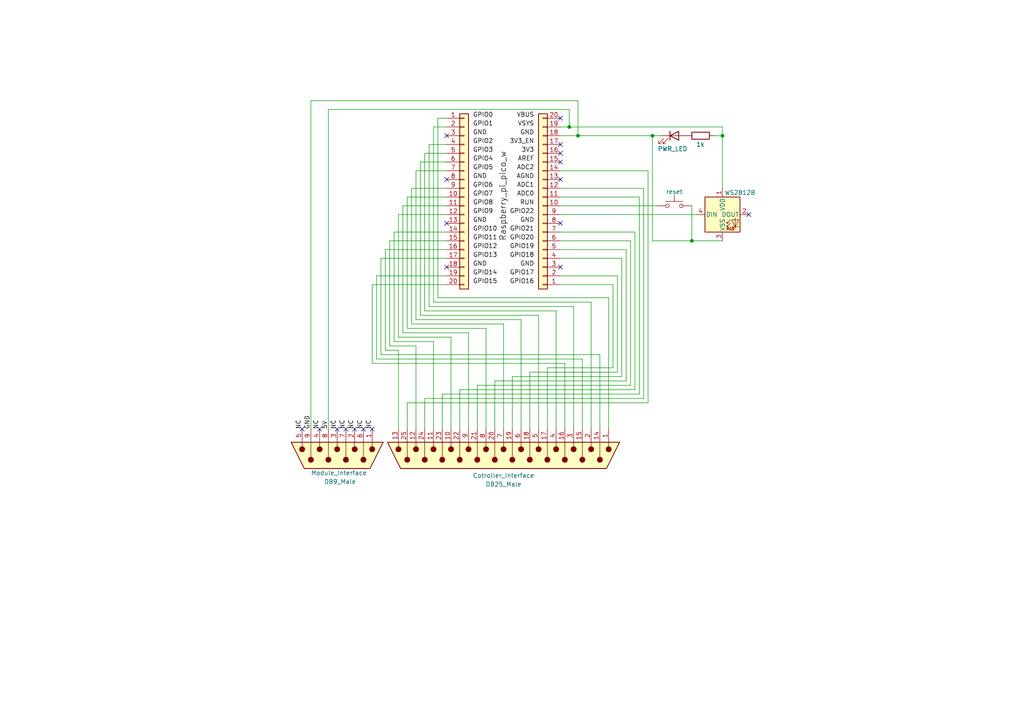
<source format=kicad_sch>
(kicad_sch (version 20211123) (generator eeschema)
  (paper "A4")
  (lib_symbols
    (symbol "Connector:DB25_Male" (pin_names (offset 1.016) hide)
      (property "Reference" "J" (at 0 34.29 0))
      (property "Value" "DB25_Male" (at 0 -34.925 0))
      (symbol "DB25_Male_0_1"
        (circle (center -1.778 -30.48) (radius 0.762) (fill (type outline)))
        (circle (center -1.778 -25.4) (radius 0.762) (fill (type outline)))
        (circle (center -1.778 -20.32) (radius 0.762) (fill (type outline)))
        (circle (center -1.778 -15.24) (radius 0.762) (fill (type outline)))
        (circle (center -1.778 -10.16) (radius 0.762) (fill (type outline)))
        (circle (center -1.778 -5.08) (radius 0.762) (fill (type outline)))
        (circle (center -1.778 0) (radius 0.762) (fill (type outline)))
        (circle (center -1.778 5.08) (radius 0.762) (fill (type outline)))
        (circle (center -1.778 10.16) (radius 0.762) (fill (type outline)))
        (circle (center -1.778 15.24) (radius 0.762) (fill (type outline)))
        (circle (center -1.778 20.32) (radius 0.762) (fill (type outline)))
        (circle (center -1.778 25.4) (radius 0.762) (fill (type outline)))
        (circle (center -1.778 30.48) (radius 0.762) (fill (type outline)))
        (polyline (pts (xy -3.81 -30.48) (xy -2.54 -30.48)))
        (polyline (pts (xy -3.81 -27.94) (xy 0.508 -27.94)))
        (polyline (pts (xy -3.81 -25.4) (xy -2.54 -25.4)))
        (polyline (pts (xy -3.81 -22.86) (xy 0.508 -22.86)))
        (polyline (pts (xy -3.81 -20.32) (xy -2.54 -20.32)))
        (polyline (pts (xy -3.81 -17.78) (xy 0.508 -17.78)))
        (polyline (pts (xy -3.81 -15.24) (xy -2.54 -15.24)))
        (polyline (pts (xy -3.81 -12.7) (xy 0.508 -12.7)))
        (polyline (pts (xy -3.81 -10.16) (xy -2.54 -10.16)))
        (polyline (pts (xy -3.81 -7.62) (xy 0.508 -7.62)))
        (polyline (pts (xy -3.81 -5.08) (xy -2.54 -5.08)))
        (polyline (pts (xy -3.81 -2.54) (xy 0.508 -2.54)))
        (polyline (pts (xy -3.81 0) (xy -2.54 0)))
        (polyline (pts (xy -3.81 2.54) (xy 0.508 2.54)))
        (polyline (pts (xy -3.81 5.08) (xy -2.54 5.08)))
        (polyline (pts (xy -3.81 7.62) (xy 0.508 7.62)))
        (polyline (pts (xy -3.81 10.16) (xy -2.54 10.16)))
        (polyline (pts (xy -3.81 12.7) (xy 0.508 12.7)))
        (polyline (pts (xy -3.81 15.24) (xy -2.54 15.24)))
        (polyline (pts (xy -3.81 17.78) (xy 0.508 17.78)))
        (polyline (pts (xy -3.81 20.32) (xy -2.54 20.32)))
        (polyline (pts (xy -3.81 22.86) (xy 0.508 22.86)))
        (polyline (pts (xy -3.81 25.4) (xy -2.54 25.4)))
        (polyline (pts (xy -3.81 27.94) (xy 0.508 27.94)))
        (polyline (pts (xy -3.81 30.48) (xy -2.54 30.48)))
        (polyline (pts (xy -3.81 -33.655) (xy 3.81 -29.845) (xy 3.81 29.845) (xy -3.81 33.655) (xy -3.81 -33.655)) (stroke (width 0.254)) (fill (type background)))
        (circle (center 1.27 -27.94) (radius 0.762) (fill (type outline)))
        (circle (center 1.27 -22.86) (radius 0.762) (fill (type outline)))
        (circle (center 1.27 -17.78) (radius 0.762) (fill (type outline)))
        (circle (center 1.27 -12.7) (radius 0.762) (fill (type outline)))
        (circle (center 1.27 -7.62) (radius 0.762) (fill (type outline)))
        (circle (center 1.27 -2.54) (radius 0.762) (fill (type outline)))
        (circle (center 1.27 2.54) (radius 0.762) (fill (type outline)))
        (circle (center 1.27 7.62) (radius 0.762) (fill (type outline)))
        (circle (center 1.27 12.7) (radius 0.762) (fill (type outline)))
        (circle (center 1.27 17.78) (radius 0.762) (fill (type outline)))
        (circle (center 1.27 22.86) (radius 0.762) (fill (type outline)))
        (circle (center 1.27 27.94) (radius 0.762) (fill (type outline)))
      )
      (symbol "DB25_Male_1_1"
        (pin passive line (at -7.62 -30.48 0) (length 3.81) (name "1") (number "1"))
        (pin passive line (at -7.62 15.24 0) (length 3.81) (name "10") (number "10"))
        (pin passive line (at -7.62 20.32 0) (length 3.81) (name "11") (number "11"))
        (pin passive line (at -7.62 25.4 0) (length 3.81) (name "12") (number "12"))
        (pin passive line (at -7.62 30.48 0) (length 3.81) (name "13") (number "13"))
        (pin passive line (at -7.62 -27.94 0) (length 3.81) (name "P14") (number "14"))
        (pin passive line (at -7.62 -22.86 0) (length 3.81) (name "P15") (number "15"))
        (pin passive line (at -7.62 -17.78 0) (length 3.81) (name "P16") (number "16"))
        (pin passive line (at -7.62 -12.7 0) (length 3.81) (name "P17") (number "17"))
        (pin passive line (at -7.62 -7.62 0) (length 3.81) (name "P18") (number "18"))
        (pin passive line (at -7.62 -2.54 0) (length 3.81) (name "P19") (number "19"))
        (pin passive line (at -7.62 -25.4 0) (length 3.81) (name "2") (number "2"))
        (pin passive line (at -7.62 2.54 0) (length 3.81) (name "P20") (number "20"))
        (pin passive line (at -7.62 7.62 0) (length 3.81) (name "P21") (number "21"))
        (pin passive line (at -7.62 12.7 0) (length 3.81) (name "P22") (number "22"))
        (pin passive line (at -7.62 17.78 0) (length 3.81) (name "P23") (number "23"))
        (pin passive line (at -7.62 22.86 0) (length 3.81) (name "P24") (number "24"))
        (pin passive line (at -7.62 27.94 0) (length 3.81) (name "P25") (number "25"))
        (pin passive line (at -7.62 -20.32 0) (length 3.81) (name "3") (number "3"))
        (pin passive line (at -7.62 -15.24 0) (length 3.81) (name "4") (number "4"))
        (pin passive line (at -7.62 -10.16 0) (length 3.81) (name "5") (number "5"))
        (pin passive line (at -7.62 -5.08 0) (length 3.81) (name "6") (number "6"))
        (pin passive line (at -7.62 0 0) (length 3.81) (name "7") (number "7"))
        (pin passive line (at -7.62 5.08 0) (length 3.81) (name "8") (number "8"))
        (pin passive line (at -7.62 10.16 0) (length 3.81) (name "9") (number "9"))
      )
    )
    (symbol "Connector:DB9_Male" (pin_names (offset 1.016) hide)
      (property "Reference" "J" (at 0 13.97 0))
      (property "Value" "DB9_Male" (at 0 -14.605 0))
      (symbol "DB9_Male_0_1"
        (circle (center -1.778 -10.16) (radius 0.762) (fill (type outline)))
        (circle (center -1.778 -5.08) (radius 0.762) (fill (type outline)))
        (circle (center -1.778 0) (radius 0.762) (fill (type outline)))
        (circle (center -1.778 5.08) (radius 0.762) (fill (type outline)))
        (circle (center -1.778 10.16) (radius 0.762) (fill (type outline)))
        (polyline (pts (xy -3.81 -10.16) (xy -2.54 -10.16)))
        (polyline (pts (xy -3.81 -7.62) (xy 0.508 -7.62)))
        (polyline (pts (xy -3.81 -5.08) (xy -2.54 -5.08)))
        (polyline (pts (xy -3.81 -2.54) (xy 0.508 -2.54)))
        (polyline (pts (xy -3.81 0) (xy -2.54 0)))
        (polyline (pts (xy -3.81 2.54) (xy 0.508 2.54)))
        (polyline (pts (xy -3.81 5.08) (xy -2.54 5.08)))
        (polyline (pts (xy -3.81 7.62) (xy 0.508 7.62)))
        (polyline (pts (xy -3.81 10.16) (xy -2.54 10.16)))
        (polyline (pts (xy -3.81 -13.335) (xy -3.81 13.335) (xy 3.81 9.525) (xy 3.81 -9.525) (xy -3.81 -13.335)) (stroke (width 0.254)) (fill (type background)))
        (circle (center 1.27 -7.62) (radius 0.762) (fill (type outline)))
        (circle (center 1.27 -2.54) (radius 0.762) (fill (type outline)))
        (circle (center 1.27 2.54) (radius 0.762) (fill (type outline)))
        (circle (center 1.27 7.62) (radius 0.762) (fill (type outline)))
      )
      (symbol "DB9_Male_1_1"
        (pin passive line (at -7.62 -10.16 0) (length 3.81) (name "1") (number "1"))
        (pin passive line (at -7.62 -5.08 0) (length 3.81) (name "2") (number "2"))
        (pin passive line (at -7.62 0 0) (length 3.81) (name "3") (number "3"))
        (pin passive line (at -7.62 5.08 0) (length 3.81) (name "4") (number "4"))
        (pin passive line (at -7.62 10.16 0) (length 3.81) (name "5") (number "5"))
        (pin passive line (at -7.62 -7.62 0) (length 3.81) (name "6") (number "6"))
        (pin passive line (at -7.62 -2.54 0) (length 3.81) (name "7") (number "7"))
        (pin passive line (at -7.62 2.54 0) (length 3.81) (name "8") (number "8"))
        (pin passive line (at -7.62 7.62 0) (length 3.81) (name "9") (number "9"))
      )
    )
    (symbol "Connector_Generic:Conn_01x20" (pin_names (offset 1.016) hide)
      (property "Reference" "J" (at 0 25.4 0))
      (property "Value" "Conn_01x20" (at 0 -27.94 0))
      (symbol "Conn_01x20_1_1"
        (rectangle (start -1.27 -25.273) (end 0 -25.527) (stroke (width 0.1524)))
        (rectangle (start -1.27 -22.733) (end 0 -22.987) (stroke (width 0.1524)))
        (rectangle (start -1.27 -20.193) (end 0 -20.447) (stroke (width 0.1524)))
        (rectangle (start -1.27 -17.653) (end 0 -17.907) (stroke (width 0.1524)))
        (rectangle (start -1.27 -15.113) (end 0 -15.367) (stroke (width 0.1524)))
        (rectangle (start -1.27 -12.573) (end 0 -12.827) (stroke (width 0.1524)))
        (rectangle (start -1.27 -10.033) (end 0 -10.287) (stroke (width 0.1524)))
        (rectangle (start -1.27 -7.493) (end 0 -7.747) (stroke (width 0.1524)))
        (rectangle (start -1.27 -4.953) (end 0 -5.207) (stroke (width 0.1524)))
        (rectangle (start -1.27 -2.413) (end 0 -2.667) (stroke (width 0.1524)))
        (rectangle (start -1.27 0.127) (end 0 -0.127) (stroke (width 0.1524)))
        (rectangle (start -1.27 2.667) (end 0 2.413) (stroke (width 0.1524)))
        (rectangle (start -1.27 5.207) (end 0 4.953) (stroke (width 0.1524)))
        (rectangle (start -1.27 7.747) (end 0 7.493) (stroke (width 0.1524)))
        (rectangle (start -1.27 10.287) (end 0 10.033) (stroke (width 0.1524)))
        (rectangle (start -1.27 12.827) (end 0 12.573) (stroke (width 0.1524)))
        (rectangle (start -1.27 15.367) (end 0 15.113) (stroke (width 0.1524)))
        (rectangle (start -1.27 17.907) (end 0 17.653) (stroke (width 0.1524)))
        (rectangle (start -1.27 20.447) (end 0 20.193) (stroke (width 0.1524)))
        (rectangle (start -1.27 22.987) (end 0 22.733) (stroke (width 0.1524)))
        (rectangle (start -1.27 24.13) (end 1.27 -26.67) (stroke (width 0.254)) (fill (type background)))
        (pin passive line (at -5.08 22.86 0) (length 3.81) (name "Pin_1") (number "1"))
        (pin passive line (at -5.08 0 0) (length 3.81) (name "Pin_10") (number "10"))
        (pin passive line (at -5.08 -2.54 0) (length 3.81) (name "Pin_11") (number "11"))
        (pin passive line (at -5.08 -5.08 0) (length 3.81) (name "Pin_12") (number "12"))
        (pin passive line (at -5.08 -7.62 0) (length 3.81) (name "Pin_13") (number "13"))
        (pin passive line (at -5.08 -10.16 0) (length 3.81) (name "Pin_14") (number "14"))
        (pin passive line (at -5.08 -12.7 0) (length 3.81) (name "Pin_15") (number "15"))
        (pin passive line (at -5.08 -15.24 0) (length 3.81) (name "Pin_16") (number "16"))
        (pin passive line (at -5.08 -17.78 0) (length 3.81) (name "Pin_17") (number "17"))
        (pin passive line (at -5.08 -20.32 0) (length 3.81) (name "Pin_18") (number "18"))
        (pin passive line (at -5.08 -22.86 0) (length 3.81) (name "Pin_19") (number "19"))
        (pin passive line (at -5.08 20.32 0) (length 3.81) (name "Pin_2") (number "2"))
        (pin passive line (at -5.08 -25.4 0) (length 3.81) (name "Pin_20") (number "20"))
        (pin passive line (at -5.08 17.78 0) (length 3.81) (name "Pin_3") (number "3"))
        (pin passive line (at -5.08 15.24 0) (length 3.81) (name "Pin_4") (number "4"))
        (pin passive line (at -5.08 12.7 0) (length 3.81) (name "Pin_5") (number "5"))
        (pin passive line (at -5.08 10.16 0) (length 3.81) (name "Pin_6") (number "6"))
        (pin passive line (at -5.08 7.62 0) (length 3.81) (name "Pin_7") (number "7"))
        (pin passive line (at -5.08 5.08 0) (length 3.81) (name "Pin_8") (number "8"))
        (pin passive line (at -5.08 2.54 0) (length 3.81) (name "Pin_9") (number "9"))
      )
    )
    (symbol "Device:LED" (pin_numbers hide) (pin_names (offset 1.016) hide)
      (property "Reference" "D" (at 0 2.54 0))
      (property "Value" "LED" (at 0 -2.54 0))
      (symbol "LED_0_1"
        (polyline (pts (xy -1.27 -1.27) (xy -1.27 1.27)) (stroke (width 0.254)))
        (polyline (pts (xy -1.27 0) (xy 1.27 0)))
        (polyline (pts (xy 1.27 -1.27) (xy 1.27 1.27) (xy -1.27 0) (xy 1.27 -1.27)) (stroke (width 0.254)))
        (polyline (pts (xy -3.048 -0.762) (xy -4.572 -2.286) (xy -3.81 -2.286) (xy -4.572 -2.286) (xy -4.572 -1.524)))
        (polyline (pts (xy -1.778 -0.762) (xy -3.302 -2.286) (xy -2.54 -2.286) (xy -3.302 -2.286) (xy -3.302 -1.524)))
      )
      (symbol "LED_1_1"
        (pin passive line (at -3.81 0 0) (length 2.54) (name "K") (number "1"))
        (pin passive line (at 3.81 0 180) (length 2.54) (name "A") (number "2"))
      )
    )
    (symbol "Device:R" (pin_numbers hide) (pin_names (offset 0))
      (property "Reference" "R" (at 2.032 0 90))
      (property "Value" "R" (at 0 0 90))
      (symbol "R_0_1"
        (rectangle (start -1.016 -2.54) (end 1.016 2.54) (stroke (width 0.254)))
      )
      (symbol "R_1_1"
        (pin passive line (at 0 3.81 270) (length 1.27) (name "~") (number "1"))
        (pin passive line (at 0 -3.81 90) (length 1.27) (name "~") (number "2"))
      )
    )
    (symbol "LED:WS2812B" (pin_names (offset 0.254))
      (property "Reference" "D" (at 5.08 5.715 0))
      (property "Value" "WS2812B" (at 1.27 -5.715 0))
      (symbol "WS2812B_0_0"
        (text "RGB" (at 2.286 -4.191 0) (effects (font (size 0.762 0.762))))
      )
      (symbol "WS2812B_0_1"
        (polyline (pts (xy 1.27 -3.556) (xy 1.778 -3.556)))
        (polyline (pts (xy 1.27 -2.54) (xy 1.778 -2.54)))
        (polyline (pts (xy 4.699 -3.556) (xy 2.667 -3.556)))
        (polyline (pts (xy 2.286 -2.54) (xy 1.27 -3.556) (xy 1.27 -3.048)))
        (polyline (pts (xy 2.286 -1.524) (xy 1.27 -2.54) (xy 1.27 -2.032)))
        (polyline (pts (xy 3.683 -1.016) (xy 3.683 -3.556) (xy 3.683 -4.064)))
        (polyline (pts (xy 4.699 -1.524) (xy 2.667 -1.524) (xy 3.683 -3.556) (xy 4.699 -1.524)))
        (rectangle (start 5.08 5.08) (end -5.08 -5.08) (stroke (width 0.254)) (fill (type background)))
      )
      (symbol "WS2812B_1_1"
        (pin power_in line (at 0 7.62 270) (length 2.54) (name "VDD") (number "1"))
        (pin output line (at 7.62 0 180) (length 2.54) (name "DOUT") (number "2"))
        (pin power_in line (at 0 -7.62 90) (length 2.54) (name "VSS") (number "3"))
        (pin input line (at -7.62 0 0) (length 2.54) (name "DIN") (number "4"))
      )
    )
    (symbol "Switch:SW_Push" (pin_numbers hide) (pin_names (offset 1.016) hide)
      (property "Reference" "SW" (at 1.27 2.54 0))
      (property "Value" "SW_Push" (at 0 -1.524 0))
      (symbol "SW_Push_0_1"
        (circle (center -2.032 0) (radius 0.508))
        (polyline (pts (xy 0 1.27) (xy 0 3.048)))
        (polyline (pts (xy 2.54 1.27) (xy -2.54 1.27)))
        (circle (center 2.032 0) (radius 0.508))
        (pin passive line (at -5.08 0 0) (length 2.54) (name "1") (number "1"))
        (pin passive line (at 5.08 0 180) (length 2.54) (name "2") (number "2"))
      )
    )
  )
  (junction (at 200.66 69.85))
  (junction (at 209.55 39.37))
  (junction (at 167.64 39.37))
  (junction (at 165.1 36.83))
  (junction (at 189.23 39.37))
  (no_connect (at 129.54 77.47))
  (no_connect (at 162.56 46.99))
  (no_connect (at 217.17 62.23))
  (no_connect (at 129.54 52.07))
  (no_connect (at 105.41 124.46))
  (no_connect (at 162.56 64.77))
  (no_connect (at 102.87 124.46))
  (no_connect (at 162.56 52.07))
  (no_connect (at 162.56 44.45))
  (no_connect (at 107.95 124.46))
  (no_connect (at 92.71 124.46))
  (no_connect (at 162.56 34.29))
  (no_connect (at 87.63 124.46))
  (no_connect (at 162.56 77.47))
  (no_connect (at 100.33 124.46))
  (no_connect (at 129.54 64.77))
  (no_connect (at 97.79 124.46))
  (no_connect (at 162.56 41.91))
  (no_connect (at 129.54 39.37))
  (wire (pts (xy 179.07 80.01) (xy 162.56 80.01)))
  (wire (pts (xy 153.67 124.46) (xy 153.67 107.95)))
  (wire (pts (xy 167.64 39.37) (xy 189.23 39.37)))
  (wire (pts (xy 118.11 95.25) (xy 140.97 95.25)))
  (wire (pts (xy 116.84 59.69) (xy 129.54 59.69)))
  (wire (pts (xy 95.25 31.75) (xy 95.25 124.46)))
  (wire (pts (xy 129.54 34.29) (xy 127 34.29)))
  (wire (pts (xy 189.23 39.37) (xy 191.77 39.37)))
  (wire (pts (xy 123.19 115.57) (xy 123.19 124.46)))
  (wire (pts (xy 171.45 87.63) (xy 125.73 87.63)))
  (wire (pts (xy 177.8 106.68) (xy 177.8 82.55)))
  (wire (pts (xy 109.22 104.14) (xy 109.22 80.01)))
  (wire (pts (xy 133.35 124.46) (xy 133.35 113.03)))
  (wire (pts (xy 120.65 49.53) (xy 120.65 92.71)))
  (wire (pts (xy 207.01 39.37) (xy 209.55 39.37)))
  (wire (pts (xy 140.97 95.25) (xy 140.97 124.46)))
  (wire (pts (xy 95.25 31.75) (xy 165.1 31.75)))
  (wire (pts (xy 209.55 54.61) (xy 209.55 39.37)))
  (wire (pts (xy 138.43 111.76) (xy 138.43 124.46)))
  (wire (pts (xy 148.59 109.22) (xy 148.59 124.46)))
  (wire (pts (xy 90.17 29.21) (xy 90.17 124.46)))
  (wire (pts (xy 124.46 41.91) (xy 129.54 41.91)))
  (wire (pts (xy 162.56 59.69) (xy 190.5 59.69)))
  (wire (pts (xy 165.1 36.83) (xy 162.56 36.83)))
  (wire (pts (xy 128.27 124.46) (xy 128.27 114.3)))
  (wire (pts (xy 130.81 97.79) (xy 130.81 124.46)))
  (wire (pts (xy 180.34 109.22) (xy 148.59 109.22)))
  (wire (pts (xy 118.11 124.46) (xy 118.11 116.84)))
  (wire (pts (xy 129.54 82.55) (xy 107.95 82.55)))
  (wire (pts (xy 111.76 72.39) (xy 129.54 72.39)))
  (wire (pts (xy 124.46 41.91) (xy 124.46 88.9)))
  (wire (pts (xy 125.73 87.63) (xy 125.73 36.83)))
  (wire (pts (xy 133.35 113.03) (xy 184.15 113.03)))
  (wire (pts (xy 119.38 54.61) (xy 129.54 54.61)))
  (wire (pts (xy 200.66 69.85) (xy 189.23 69.85)))
  (wire (pts (xy 181.61 72.39) (xy 162.56 72.39)))
  (wire (pts (xy 120.65 100.33) (xy 120.65 124.46)))
  (wire (pts (xy 116.84 96.52) (xy 116.84 59.69)))
  (wire (pts (xy 135.89 124.46) (xy 135.89 96.52)))
  (wire (pts (xy 179.07 107.95) (xy 179.07 80.01)))
  (wire (pts (xy 189.23 39.37) (xy 189.23 69.85)))
  (wire (pts (xy 119.38 93.98) (xy 119.38 54.61)))
  (wire (pts (xy 121.92 91.44) (xy 121.92 46.99)))
  (wire (pts (xy 166.37 88.9) (xy 166.37 124.46)))
  (wire (pts (xy 187.96 49.53) (xy 162.56 49.53)))
  (wire (pts (xy 124.46 88.9) (xy 166.37 88.9)))
  (wire (pts (xy 115.57 101.6) (xy 111.76 101.6)))
  (wire (pts (xy 200.66 59.69) (xy 200.66 69.85)))
  (wire (pts (xy 125.73 36.83) (xy 129.54 36.83)))
  (wire (pts (xy 113.03 100.33) (xy 120.65 100.33)))
  (wire (pts (xy 114.3 99.06) (xy 114.3 67.31)))
  (wire (pts (xy 162.56 82.55) (xy 177.8 82.55)))
  (wire (pts (xy 209.55 69.85) (xy 200.66 69.85)))
  (wire (pts (xy 181.61 110.49) (xy 181.61 72.39)))
  (wire (pts (xy 111.76 101.6) (xy 111.76 72.39)))
  (wire (pts (xy 176.53 86.36) (xy 176.53 124.46)))
  (wire (pts (xy 165.1 31.75) (xy 165.1 36.83)))
  (wire (pts (xy 168.91 124.46) (xy 168.91 104.14)))
  (wire (pts (xy 182.88 69.85) (xy 182.88 111.76)))
  (wire (pts (xy 127 86.36) (xy 176.53 86.36)))
  (wire (pts (xy 158.75 124.46) (xy 158.75 106.68)))
  (wire (pts (xy 167.64 39.37) (xy 167.64 29.21)))
  (wire (pts (xy 113.03 69.85) (xy 113.03 100.33)))
  (wire (pts (xy 184.15 113.03) (xy 184.15 67.31)))
  (wire (pts (xy 158.75 106.68) (xy 177.8 106.68)))
  (wire (pts (xy 129.54 57.15) (xy 118.11 57.15)))
  (wire (pts (xy 186.69 115.57) (xy 123.19 115.57)))
  (wire (pts (xy 167.64 29.21) (xy 90.17 29.21)))
  (wire (pts (xy 171.45 124.46) (xy 171.45 87.63)))
  (wire (pts (xy 121.92 46.99) (xy 129.54 46.99)))
  (wire (pts (xy 120.65 92.71) (xy 151.13 92.71)))
  (wire (pts (xy 128.27 114.3) (xy 185.42 114.3)))
  (wire (pts (xy 143.51 124.46) (xy 143.51 110.49)))
  (wire (pts (xy 107.95 105.41) (xy 163.83 105.41)))
  (wire (pts (xy 162.56 74.93) (xy 180.34 74.93)))
  (wire (pts (xy 156.21 91.44) (xy 121.92 91.44)))
  (wire (pts (xy 118.11 57.15) (xy 118.11 95.25)))
  (wire (pts (xy 187.96 116.84) (xy 187.96 49.53)))
  (wire (pts (xy 209.55 36.83) (xy 165.1 36.83)))
  (wire (pts (xy 162.56 54.61) (xy 186.69 54.61)))
  (wire (pts (xy 123.19 90.17) (xy 161.29 90.17)))
  (wire (pts (xy 156.21 124.46) (xy 156.21 91.44)))
  (wire (pts (xy 146.05 93.98) (xy 119.38 93.98)))
  (wire (pts (xy 162.56 69.85) (xy 182.88 69.85)))
  (wire (pts (xy 209.55 39.37) (xy 209.55 36.83)))
  (wire (pts (xy 143.51 110.49) (xy 181.61 110.49)))
  (wire (pts (xy 114.3 67.31) (xy 129.54 67.31)))
  (wire (pts (xy 129.54 62.23) (xy 115.57 62.23)))
  (wire (pts (xy 185.42 114.3) (xy 185.42 57.15)))
  (wire (pts (xy 185.42 57.15) (xy 162.56 57.15)))
  (wire (pts (xy 129.54 74.93) (xy 110.49 74.93)))
  (wire (pts (xy 118.11 116.84) (xy 187.96 116.84)))
  (wire (pts (xy 163.83 105.41) (xy 163.83 124.46)))
  (wire (pts (xy 168.91 104.14) (xy 109.22 104.14)))
  (wire (pts (xy 180.34 74.93) (xy 180.34 109.22)))
  (wire (pts (xy 107.95 82.55) (xy 107.95 105.41)))
  (wire (pts (xy 115.57 124.46) (xy 115.57 101.6)))
  (wire (pts (xy 129.54 69.85) (xy 113.03 69.85)))
  (wire (pts (xy 161.29 90.17) (xy 161.29 124.46)))
  (wire (pts (xy 151.13 92.71) (xy 151.13 124.46)))
  (wire (pts (xy 135.89 96.52) (xy 116.84 96.52)))
  (wire (pts (xy 110.49 74.93) (xy 110.49 102.87)))
  (wire (pts (xy 129.54 44.45) (xy 123.19 44.45)))
  (wire (pts (xy 146.05 124.46) (xy 146.05 93.98)))
  (wire (pts (xy 123.19 44.45) (xy 123.19 90.17)))
  (wire (pts (xy 184.15 67.31) (xy 162.56 67.31)))
  (wire (pts (xy 125.73 99.06) (xy 114.3 99.06)))
  (wire (pts (xy 162.56 62.23) (xy 201.93 62.23)))
  (wire (pts (xy 125.73 124.46) (xy 125.73 99.06)))
  (wire (pts (xy 127 34.29) (xy 127 86.36)))
  (wire (pts (xy 110.49 102.87) (xy 173.99 102.87)))
  (wire (pts (xy 129.54 49.53) (xy 120.65 49.53)))
  (wire (pts (xy 182.88 111.76) (xy 138.43 111.76)))
  (wire (pts (xy 186.69 54.61) (xy 186.69 115.57)))
  (wire (pts (xy 109.22 80.01) (xy 129.54 80.01)))
  (wire (pts (xy 115.57 62.23) (xy 115.57 97.79)))
  (wire (pts (xy 173.99 102.87) (xy 173.99 124.46)))
  (wire (pts (xy 162.56 39.37) (xy 167.64 39.37)))
  (wire (pts (xy 115.57 97.79) (xy 130.81 97.79)))
  (wire (pts (xy 153.67 107.95) (xy 179.07 107.95)))
  (label "GPIO2" (at 137.16 41.91 0))
  (label "GPIO16" (at 154.94 82.55 180))
  (label "NC" (at 100.33 124.46 90))
  (label "GPIO15" (at 137.16 82.55 0))
  (label "GND" (at 90.17 124.46 90))
  (label "Raspberry_pi_pico_w" (at 147.32 69.85 90) (effects (font (size 1.7 1.7))))
  (label "AGND" (at 154.94 52.07 180))
  (label "GPIO17" (at 154.94 80.01 180))
  (label "NC" (at 92.71 124.46 90))
  (label "GPIO19" (at 154.94 72.39 180))
  (label "VSYS" (at 154.94 36.83 180))
  (label "GPIO21" (at 154.94 67.31 180))
  (label "3V3_EN" (at 154.94 41.91 180))
  (label "GPIO0" (at 137.16 34.29 0))
  (label "GPIO9" (at 137.16 62.23 0))
  (label "GPIO1" (at 137.16 36.83 0))
  (label "GND" (at 154.94 77.47 180))
  (label "GPIO18" (at 154.94 74.93 180))
  (label "GPIO10" (at 137.16 67.31 0))
  (label "GND" (at 137.16 77.47 0))
  (label "GND" (at 154.94 64.77 180))
  (label "ADC2" (at 154.94 49.53 180))
  (label "NC" (at 97.79 124.46 90))
  (label "3V3" (at 154.94 44.45 180))
  (label "GND" (at 137.16 64.77 0))
  (label "GND" (at 137.16 52.07 0))
  (label "ADC0" (at 154.94 57.15 180))
  (label "GPIO11" (at 137.16 69.85 0))
  (label "RUN" (at 154.94 59.69 180))
  (label "GPIO7" (at 137.16 57.15 0))
  (label "GPIO14" (at 137.16 80.01 0))
  (label "NC" (at 87.63 124.46 90))
  (label "NC" (at 102.87 124.46 90))
  (label "GPIO12" (at 137.16 72.39 0))
  (label "NC" (at 105.41 124.46 90))
  (label "GPIO22" (at 154.94 62.23 180))
  (label "GPIO3" (at 137.16 44.45 0))
  (label "GPIO5" (at 137.16 49.53 0))
  (label "AREF" (at 154.94 46.99 180))
  (label "GPIO6" (at 137.16 54.61 0))
  (label "GND" (at 137.16 39.37 0))
  (label "GPIO8" (at 137.16 59.69 0))
  (label "GPIO13" (at 137.16 74.93 0))
  (label "GPIO20" (at 154.94 69.85 180))
  (label "VBUS" (at 154.94 34.29 180))
  (label "5V" (at 95.25 124.46 90))
  (label "ADC1" (at 154.94 54.61 180))
  (label "NC" (at 107.95 124.46 90))
  (label "GND" (at 154.94 39.37 180))
  (label "GPIO4" (at 137.16 46.99 0))
  (symbol (lib_id "Connector:DB9_Male") (at 97.79 132.08 90) (mirror x) (unit 1)
    (property "Reference" "Module_Interface" (at 90.17 137.16 90) (effects (justify right)))
    (property "Value" "DB9_Male" (at 93.98 139.7 90) (effects (justify right)))
    (property "Datasheet" " ~" (effects hide))
  )
  (symbol (lib_id "Connector:DB25_Male") (at 146.05 132.08 90) (mirror x) (unit 1)
    (property "Reference" "Cotroller_Interface" (at 146.05 137.9204 90))
    (property "Value" "DB25_Male" (at 146.05 140.4573 90))
    (property "Datasheet" " ~" (effects hide))
  )
  (symbol (lib_id "LED:WS2812B") (at 209.55 62.23 0) (unit 1)
    (property "Reference" "D?" (effects hide))
    (property "Value" "WS2812B" (at 214.63 55.88 0))
    (property "Footprint" "LED_SMD:LED_WS2812B_PLCC4_5.0x5.0mm_P3.2mm" (effects hide))
    (property "Datasheet" "https://cdn-shop.adafruit.com/datasheets/WS2812B.pdf" (effects hide))
  )
  (symbol (lib_id "Connector_Generic:Conn_01x20") (at 157.48 59.69 180) (unit 1)
    (property "Reference" "J?" (effects hide))
    (property "Value" "Conn_01x20" (effects hide))
  )
  (symbol (lib_id "Switch:SW_Push") (at 195.58 59.69 0) (unit 1)
    (property "Reference" "SW?" (effects hide))
    (property "Value" "reset" (at 195.58 55.6061 0))
  )
  (symbol (lib_id "Device:R") (at 203.2 39.37 270) (unit 1)
    (property "Reference" "R?" (effects hide))
    (property "Value" "1k" (at 201.93 41.91 90) (effects (justify left)))
  )
  (symbol (lib_id "Device:LED") (at 195.58 39.37 0) (unit 1)
    (property "Reference" "D?" (effects hide))
    (property "Value" "PWR_LED" (at 199.39 43.18 0) (effects (justify right)))
  )
  (symbol (lib_id "Connector_Generic:Conn_01x20") (at 134.62 57.15 0) (unit 1)
    (property "Reference" "J?" (effects hide))
    (property "Value" "Conn_01x20" (effects hide))
  )
)
</source>
